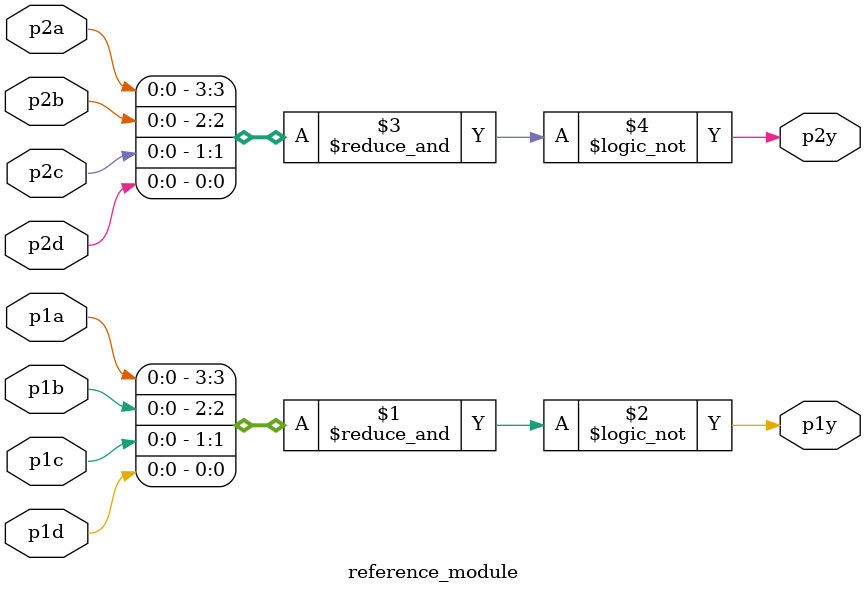
<source format=sv>
module reference_module(
	input p1a, 
	input p1b, 
	input p1c, 
	input p1d, 
	output p1y, 
	input p2a, 
	input p2b, 
	input p2c, 
	input p2d, 
	output p2y
);
	
	assign p1y = ~&( {p1a, p1b, p1c, p1d} );
	assign p2y = ~&( {p2a, p2b, p2c, p2d} );
	
endmodule

</source>
